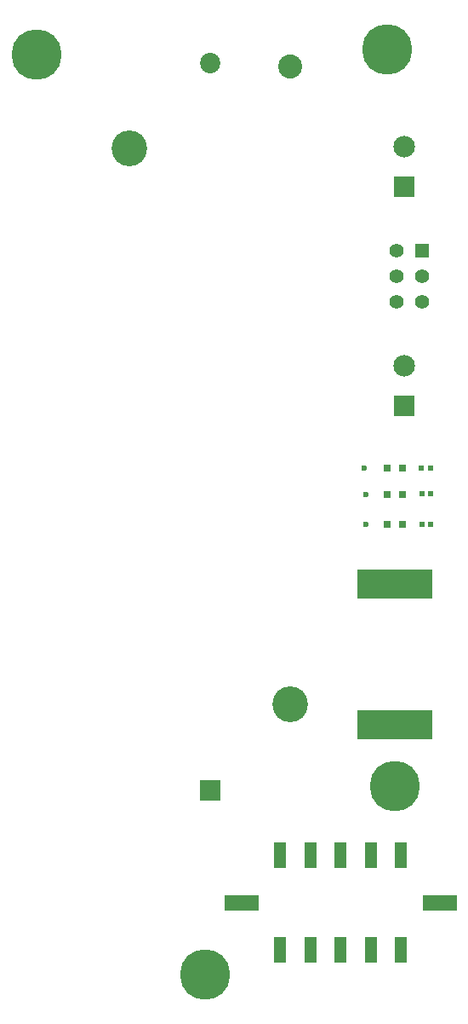
<source format=gbr>
G04*
G04 #@! TF.GenerationSoftware,Altium Limited,Altium Designer,23.10.1 (27)*
G04*
G04 Layer_Color=255*
%FSLAX42Y42*%
%MOMM*%
G71*
G04*
G04 #@! TF.SameCoordinates,D788F153-7B32-47A3-9728-DC68925F5BF0*
G04*
G04*
G04 #@! TF.FilePolarity,Positive*
G04*
G01*
G75*
%ADD18R,7.45X3.00*%
G04:AMPARAMS|DCode=19|XSize=0.55mm|YSize=0.5mm|CornerRadius=0.06mm|HoleSize=0mm|Usage=FLASHONLY|Rotation=90.000|XOffset=0mm|YOffset=0mm|HoleType=Round|Shape=RoundedRectangle|*
%AMROUNDEDRECTD19*
21,1,0.55,0.38,0,0,90.0*
21,1,0.43,0.50,0,0,90.0*
1,1,0.13,0.19,0.21*
1,1,0.13,0.19,-0.21*
1,1,0.13,-0.19,-0.21*
1,1,0.13,-0.19,0.21*
%
%ADD19ROUNDEDRECTD19*%
%ADD20R,1.27X2.54*%
%ADD21R,3.43X1.65*%
%ADD22R,0.80X0.80*%
%ADD32R,2.02X2.02*%
%ADD33C,2.02*%
%ADD34C,3.55*%
%ADD35C,2.39*%
%ADD39C,0.60*%
%ADD41R,2.15X2.15*%
%ADD42C,2.15*%
%ADD43C,1.40*%
%ADD44C,5.00*%
%ADD45R,1.40X1.40*%
D18*
X1346Y-1295D02*
D03*
Y-2692D02*
D03*
D19*
X1703Y-699D02*
D03*
X1613D02*
D03*
X1696Y-140D02*
D03*
X1606D02*
D03*
X1703Y-394D02*
D03*
X1613D02*
D03*
D20*
X205Y-3988D02*
D03*
X505D02*
D03*
X805D02*
D03*
X1105D02*
D03*
X1405D02*
D03*
X205Y-4928D02*
D03*
X505D02*
D03*
X805D02*
D03*
X1105D02*
D03*
X1405D02*
D03*
D21*
X1794Y-4458D02*
D03*
X-183D02*
D03*
D22*
X1269Y-696D02*
D03*
X1419D02*
D03*
X1271Y-140D02*
D03*
X1421D02*
D03*
X1269Y-405D02*
D03*
X1419D02*
D03*
D32*
X-495Y-3340D02*
D03*
D33*
Y3882D02*
D03*
D34*
X-1295Y3031D02*
D03*
X305Y-2489D02*
D03*
D35*
Y3851D02*
D03*
D39*
X1041Y-140D02*
D03*
X1054Y-696D02*
D03*
Y-405D02*
D03*
D41*
X1435Y475D02*
D03*
X1435Y2652D02*
D03*
D42*
X1435Y871D02*
D03*
X1435Y3048D02*
D03*
D43*
X1359Y1765D02*
D03*
Y2019D02*
D03*
X1613Y1511D02*
D03*
Y1765D02*
D03*
X1359Y1511D02*
D03*
D44*
X-2223Y3962D02*
D03*
X-546Y-5169D02*
D03*
X1346Y-3302D02*
D03*
X1270Y4013D02*
D03*
D45*
X1613Y2019D02*
D03*
M02*

</source>
